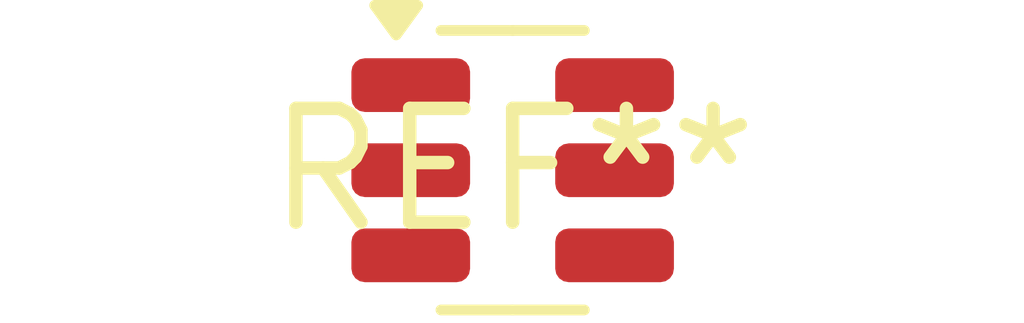
<source format=kicad_pcb>
(kicad_pcb (version 20240108) (generator pcbnew)
  (layers (0 "F.Cu" signal) (31 "B.Cu" signal) (34 "B.Paste" user) (35 "F.Paste" user) (36 "B.SilkS" user "B.Silkscreen") (37 "F.SilkS" user "F.Silkscreen") (38 "B.Mask" user) (39 "F.Mask" user) (44 "Edge.Cuts" user))
  (net 0 "")
  (footprint "TSOT-23-6" (layer "F.Cu") (at 0 0)
    (property "Reference" "REF**")
    (property "Value" "TSOT-23-6")
    (fp_line (start 0 -1.56) (end -0.8 -1.56) (layer "F.SilkS") (stroke (width 0.12)))
    (fp_line (start 0 -1.56) (end 0.8 -1.56) (layer "F.SilkS") (stroke (width 0.12)))
    (fp_line (start 0 1.56) (end -0.8 1.56) (layer "F.SilkS") (stroke (width 0.12)))
    (fp_line (start 0 1.56) (end 0.8 1.56) (layer "F.SilkS") (stroke (width 0.12)))
    (fp_poly (pts (xy -1.3 -1.51) (xy -1.54 -1.84) (xy -1.06 -1.84) (xy -1.3 -1.51)) (layer "F.SilkS") (stroke (width 0.12)) (fill solid))
    (pad "1" smd roundrect (at -1.1375 -0.95) (size 1.325 0.6) (layers "F.Cu" "F.Paste" "F.Mask"))
    (pad "2" smd roundrect (at -1.1375 0) (size 1.325 0.6) (layers "F.Cu" "F.Paste" "F.Mask"))
    (pad "3" smd roundrect (at -1.1375 0.95) (size 1.325 0.6) (layers "F.Cu" "F.Paste" "F.Mask"))
    (pad "4" smd roundrect (at 1.1375 0.95) (size 1.325 0.6) (layers "F.Cu" "F.Paste" "F.Mask"))
    (pad "5" smd roundrect (at 1.1375 0) (size 1.325 0.6) (layers "F.Cu" "F.Paste" "F.Mask"))
    (pad "6" smd roundrect (at 1.1375 -0.95) (size 1.325 0.6) (layers "F.Cu" "F.Paste" "F.Mask"))
  )
)
</source>
